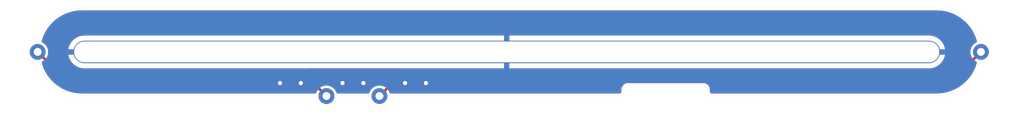
<source format=kicad_pcb>
(kicad_pcb (version 20211014) (generator pcbnew)
  (layers (0 "F.Cu" signal) (31 "B.Cu" signal) (34 "B.Paste" user) (35 "F.Paste" user) (36 "B.SilkS" user "B.Silkscreen") (37 "F.SilkS" user "F.Silkscreen") (38 "B.Mask" user) (39 "F.Mask" user) (44 "Edge.Cuts" user))
  (net 0 "")
  (net 1 "GND")
  (net 2 "/OC")
  (net 3 "/IC")
  (footprint "cycfi_library:single-pad-1.52x1.52-th" (layer "F.Cu") (at 117.54 105.25 180)
    (fp_text reference "J1" hide)
    (fp_text value "OC")
    (pad "1" thru_hole circle (at 0 0 180) (size 1.52 1.52) (drill 0.76) (layers *.Cu *.Mask) (net 2 "/OC"))
  )
  (footprint "cycfi_library:single-pad-1.52x1.52-th" (layer "F.Cu") (at 175.25 101 180)
    (fp_text reference "J2" hide)
    (fp_text value "OC")
    (pad "1" thru_hole circle (at 0 0 180) (size 1.52 1.52) (drill 0.76) (layers *.Cu *.Mask) (net 2 "/OC"))
  )
  (footprint "cycfi_library:single-pad-1.52x1.52-th" (layer "F.Cu") (at 84.75 101)
    (fp_text reference "J3" hide)
    (fp_text value "IC")
    (pad "1" thru_hole circle (at 0 0) (size 1.52 1.52) (drill 0.76) (layers *.Cu *.Mask) (net 3 "/IC"))
  )
  (footprint "xr_spectra_library:rail_slot_4.0" (layer "F.Cu") (at 129.75 101)
    (fp_text reference "H1" hide)
    (fp_text value "single_pad")
    (pad "1" thru_hole oval (at 0 0) (size 83.15 2.15) (drill oval 83 2) (layers *.Cu *.Mask) (net 1 "GND"))
  )
  (footprint "cycfi_library:single-pad-1.52x1.52-th" (layer "F.Cu") (at 112.46 105.25)
    (fp_text reference "J4" hide)
    (fp_text value "IC")
    (pad "1" thru_hole circle (at 0 0) (size 1.52 1.52) (drill 0.76) (layers *.Cu *.Mask) (net 3 "/IC"))
  )
  (gr_line (start 149 104.65) (end 149 104.85) (layer "Edge.Cuts") (width 0.01))
  (gr_arc (start 141 104.85) (mid 140.882843 105.132843) (end 140.6 105.25) (layer "Edge.Cuts") (width 0.01))
  (gr_line (start 140.6 105.25) (end 89 105.25) (layer "Edge.Cuts") (width 0.01))
  (gr_arc (start 149.4 105.25) (mid 149.117157 105.132843) (end 149 104.85) (layer "Edge.Cuts") (width 0.01))
  (gr_line (start 141.4 104.25) (end 148.6 104.25) (layer "Edge.Cuts") (width 0.01))
  (gr_line (start 89 96.75) (end 171 96.75) (layer "Edge.Cuts") (width 0.01))
  (gr_line (start 171 105.25) (end 149.4 105.25) (layer "Edge.Cuts") (width 0.01))
  (gr_arc (start 141 104.65) (mid 141.117157 104.367157) (end 141.4 104.25) (layer "Edge.Cuts") (width 0.01))
  (gr_arc (start 148.6 104.25) (mid 148.882843 104.367157) (end 149 104.65) (layer "Edge.Cuts") (width 0.01))
  (gr_arc (start 89 105.25) (mid 84.75 101) (end 89 96.75) (layer "Edge.Cuts") (width 0.01))
  (gr_line (start 141 104.85) (end 141 104.65) (layer "Edge.Cuts") (width 0.01))
  (gr_arc (start 171 96.75) (mid 175.25 101) (end 171 105.25) (layer "Edge.Cuts") (width 0.01))
  (via (at 120 104) (size 0.8) (drill 0.4) (layers "F.Cu" "B.Cu") (net 1))
  (via (at 122 104) (size 0.8) (drill 0.4) (layers "F.Cu" "B.Cu") (net 1))
  (via (at 116 104) (size 0.8) (drill 0.4) (layers "F.Cu" "B.Cu") (net 1))
  (via (at 108 104) (size 0.8) (drill 0.4) (layers "F.Cu" "B.Cu") (net 1))
  (via (at 110 104) (size 0.8) (drill 0.4) (layers "F.Cu" "B.Cu") (net 1))
  (via (at 114 104) (size 0.8) (drill 0.4) (layers "F.Cu" "B.Cu") (net 1))
  (segment (start 173.25 103) (end 119.79 103) (width 0.25) (layer "F.Cu") (net 2))
  (segment (start 119.79 103) (end 117.54 105.25) (width 0.25) (layer "F.Cu") (net 2))
  (segment (start 175.25 101) (end 173.25 103) (width 0.25) (layer "F.Cu") (net 2))
  (segment (start 84.75 101) (end 86.75 103) (width 0.25) (layer "F.Cu") (net 3))
  (segment (start 86.75 103) (end 110.21 103) (width 0.25) (layer "F.Cu") (net 3))
  (segment (start 110.21 103) (end 112.46 105.25) (width 0.25) (layer "F.Cu") (net 3))
  (zone (net 1) (net_name "GND") (layer "F.Cu") (connect_pads (clearance 0.25)) (min_thickness 0.254) (fill yes (thermal_gap 0.508) (thermal_bridge_width 0.508))
    (polygon (pts (xy 177 106) (xy 83 106) (xy 83 96) (xy 177 96)))
  )
  (zone (net 1) (net_name "GND") (layer "B.Cu") (connect_pads (clearance 0.25)) (min_thickness 0.254) (fill yes (thermal_gap 0.508) (thermal_bridge_width 0.508))
    (polygon (pts (xy 177 106) (xy 83 106) (xy 83 96) (xy 177 96)))
  )
)
</source>
